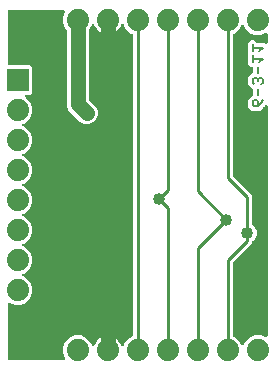
<source format=gbr>
G04 EAGLE Gerber RS-274X export*
G75*
%MOMM*%
%FSLAX34Y34*%
%LPD*%
%INBottom Copper*%
%IPPOS*%
%AMOC8*
5,1,8,0,0,1.08239X$1,22.5*%
G01*
%ADD10C,0.152400*%
%ADD11R,1.879600X1.879600*%
%ADD12C,1.879600*%
%ADD13C,1.270000*%
%ADD14C,1.270000*%
%ADD15C,0.254000*%
%ADD16C,1.016000*%

G36*
X51649Y4325D02*
X51649Y4325D01*
X51699Y4323D01*
X51806Y4345D01*
X51915Y4359D01*
X51961Y4377D01*
X52010Y4387D01*
X52109Y4435D01*
X52211Y4476D01*
X52251Y4505D01*
X52296Y4527D01*
X52380Y4598D01*
X52468Y4662D01*
X52500Y4701D01*
X52538Y4733D01*
X52601Y4823D01*
X52671Y4907D01*
X52692Y4952D01*
X52721Y4993D01*
X52760Y5096D01*
X52807Y5195D01*
X52816Y5244D01*
X52834Y5290D01*
X52846Y5400D01*
X52867Y5507D01*
X52863Y5557D01*
X52869Y5606D01*
X52854Y5715D01*
X52847Y5825D01*
X52831Y5872D01*
X52825Y5921D01*
X52772Y6074D01*
X51053Y10224D01*
X51053Y15176D01*
X52948Y19750D01*
X56450Y23252D01*
X61024Y25147D01*
X65976Y25147D01*
X70550Y23252D01*
X74052Y19750D01*
X75305Y16725D01*
X75320Y16699D01*
X75329Y16670D01*
X75399Y16561D01*
X75463Y16448D01*
X75484Y16427D01*
X75500Y16402D01*
X75594Y16313D01*
X75684Y16220D01*
X75710Y16204D01*
X75731Y16184D01*
X75845Y16121D01*
X75955Y16054D01*
X75984Y16045D01*
X76010Y16031D01*
X76135Y15998D01*
X76259Y15960D01*
X76289Y15959D01*
X76318Y15951D01*
X76448Y15951D01*
X76577Y15945D01*
X76606Y15951D01*
X76636Y15951D01*
X76761Y15983D01*
X76888Y16009D01*
X76915Y16022D01*
X76944Y16030D01*
X77057Y16092D01*
X77174Y16149D01*
X77197Y16168D01*
X77223Y16183D01*
X77317Y16271D01*
X77416Y16355D01*
X77433Y16380D01*
X77455Y16400D01*
X77524Y16509D01*
X77599Y16615D01*
X77610Y16643D01*
X77626Y16669D01*
X77685Y16818D01*
X77836Y17283D01*
X78689Y18957D01*
X79794Y20478D01*
X81122Y21806D01*
X82643Y22911D01*
X84317Y23764D01*
X86104Y24345D01*
X86361Y24385D01*
X86361Y13970D01*
X86376Y13852D01*
X86383Y13733D01*
X86396Y13695D01*
X86401Y13655D01*
X86444Y13544D01*
X86481Y13431D01*
X86503Y13397D01*
X86518Y13359D01*
X86588Y13263D01*
X86651Y13162D01*
X86681Y13134D01*
X86704Y13102D01*
X86796Y13026D01*
X86883Y12944D01*
X86918Y12925D01*
X86949Y12899D01*
X87057Y12848D01*
X87161Y12791D01*
X87201Y12780D01*
X87237Y12763D01*
X87354Y12741D01*
X87469Y12711D01*
X87530Y12707D01*
X87550Y12703D01*
X87570Y12705D01*
X87630Y12701D01*
X90170Y12701D01*
X90288Y12716D01*
X90407Y12723D01*
X90445Y12736D01*
X90485Y12741D01*
X90596Y12785D01*
X90709Y12821D01*
X90744Y12843D01*
X90781Y12858D01*
X90877Y12928D01*
X90978Y12991D01*
X91006Y13021D01*
X91039Y13045D01*
X91114Y13136D01*
X91196Y13223D01*
X91216Y13258D01*
X91241Y13290D01*
X91292Y13397D01*
X91350Y13502D01*
X91360Y13541D01*
X91377Y13577D01*
X91399Y13694D01*
X91429Y13809D01*
X91433Y13870D01*
X91437Y13890D01*
X91435Y13910D01*
X91439Y13970D01*
X91439Y24385D01*
X91696Y24345D01*
X93483Y23764D01*
X95157Y22911D01*
X96678Y21806D01*
X98006Y20478D01*
X99111Y18957D01*
X99964Y17283D01*
X100115Y16818D01*
X100128Y16791D01*
X100135Y16762D01*
X100195Y16648D01*
X100250Y16530D01*
X100269Y16507D01*
X100283Y16481D01*
X100370Y16385D01*
X100453Y16285D01*
X100477Y16268D01*
X100497Y16246D01*
X100606Y16174D01*
X100710Y16098D01*
X100738Y16087D01*
X100763Y16071D01*
X100886Y16029D01*
X101006Y15981D01*
X101036Y15977D01*
X101064Y15968D01*
X101193Y15957D01*
X101321Y15941D01*
X101351Y15945D01*
X101381Y15942D01*
X101509Y15965D01*
X101637Y15981D01*
X101665Y15992D01*
X101694Y15997D01*
X101812Y16050D01*
X101933Y16098D01*
X101957Y16115D01*
X101984Y16127D01*
X102085Y16208D01*
X102190Y16284D01*
X102209Y16307D01*
X102233Y16326D01*
X102311Y16430D01*
X102393Y16529D01*
X102406Y16556D01*
X102424Y16580D01*
X102495Y16725D01*
X103748Y19750D01*
X107250Y23252D01*
X109198Y24059D01*
X109223Y24073D01*
X109251Y24083D01*
X109361Y24152D01*
X109474Y24216D01*
X109495Y24237D01*
X109520Y24253D01*
X109609Y24347D01*
X109702Y24438D01*
X109718Y24463D01*
X109738Y24484D01*
X109801Y24598D01*
X109869Y24709D01*
X109877Y24737D01*
X109892Y24763D01*
X109924Y24889D01*
X109962Y25013D01*
X109964Y25042D01*
X109971Y25071D01*
X109981Y25231D01*
X109981Y279569D01*
X109978Y279598D01*
X109980Y279627D01*
X109958Y279755D01*
X109941Y279884D01*
X109931Y279911D01*
X109926Y279941D01*
X109872Y280059D01*
X109824Y280180D01*
X109807Y280204D01*
X109795Y280231D01*
X109714Y280332D01*
X109638Y280437D01*
X109615Y280456D01*
X109596Y280479D01*
X109493Y280557D01*
X109393Y280640D01*
X109366Y280653D01*
X109342Y280670D01*
X109198Y280741D01*
X107250Y281548D01*
X103748Y285050D01*
X102495Y288075D01*
X102480Y288101D01*
X102471Y288130D01*
X102401Y288239D01*
X102337Y288352D01*
X102316Y288373D01*
X102300Y288398D01*
X102206Y288487D01*
X102116Y288580D01*
X102090Y288596D01*
X102069Y288616D01*
X101955Y288679D01*
X101845Y288746D01*
X101816Y288755D01*
X101790Y288769D01*
X101665Y288802D01*
X101541Y288840D01*
X101511Y288841D01*
X101482Y288849D01*
X101352Y288849D01*
X101223Y288855D01*
X101194Y288849D01*
X101164Y288849D01*
X101039Y288817D01*
X100912Y288791D01*
X100885Y288778D01*
X100856Y288770D01*
X100743Y288708D01*
X100626Y288651D01*
X100603Y288632D01*
X100577Y288617D01*
X100483Y288529D01*
X100384Y288445D01*
X100367Y288420D01*
X100345Y288400D01*
X100276Y288291D01*
X100201Y288185D01*
X100190Y288157D01*
X100174Y288131D01*
X100115Y287982D01*
X99964Y287517D01*
X99111Y285843D01*
X98006Y284322D01*
X96678Y282994D01*
X95157Y281889D01*
X93483Y281036D01*
X91696Y280455D01*
X91439Y280415D01*
X91439Y290830D01*
X91424Y290948D01*
X91417Y291067D01*
X91404Y291105D01*
X91399Y291145D01*
X91356Y291256D01*
X91319Y291369D01*
X91297Y291403D01*
X91282Y291441D01*
X91212Y291537D01*
X91149Y291638D01*
X91119Y291666D01*
X91095Y291698D01*
X91004Y291774D01*
X90917Y291856D01*
X90882Y291875D01*
X90851Y291901D01*
X90743Y291952D01*
X90639Y292009D01*
X90599Y292020D01*
X90563Y292037D01*
X90446Y292059D01*
X90331Y292089D01*
X90270Y292093D01*
X90250Y292097D01*
X90230Y292095D01*
X90170Y292099D01*
X87630Y292099D01*
X87512Y292084D01*
X87393Y292077D01*
X87355Y292064D01*
X87314Y292059D01*
X87204Y292015D01*
X87091Y291979D01*
X87056Y291957D01*
X87019Y291942D01*
X86923Y291872D01*
X86822Y291809D01*
X86794Y291779D01*
X86761Y291755D01*
X86686Y291664D01*
X86604Y291577D01*
X86584Y291542D01*
X86559Y291510D01*
X86508Y291403D01*
X86450Y291298D01*
X86440Y291259D01*
X86423Y291223D01*
X86401Y291106D01*
X86371Y290991D01*
X86367Y290930D01*
X86363Y290910D01*
X86365Y290890D01*
X86361Y290830D01*
X86361Y280415D01*
X86104Y280455D01*
X84317Y281036D01*
X82643Y281889D01*
X81122Y282994D01*
X79794Y284322D01*
X78689Y285843D01*
X77836Y287517D01*
X77685Y287982D01*
X77672Y288009D01*
X77665Y288038D01*
X77605Y288152D01*
X77550Y288270D01*
X77531Y288293D01*
X77517Y288319D01*
X77430Y288415D01*
X77347Y288515D01*
X77323Y288532D01*
X77303Y288554D01*
X77194Y288626D01*
X77090Y288702D01*
X77062Y288713D01*
X77037Y288729D01*
X76914Y288771D01*
X76794Y288819D01*
X76764Y288823D01*
X76736Y288832D01*
X76607Y288843D01*
X76479Y288859D01*
X76449Y288855D01*
X76419Y288858D01*
X76291Y288835D01*
X76163Y288819D01*
X76135Y288808D01*
X76106Y288803D01*
X75988Y288750D01*
X75867Y288702D01*
X75843Y288685D01*
X75816Y288673D01*
X75715Y288592D01*
X75610Y288516D01*
X75591Y288493D01*
X75567Y288474D01*
X75489Y288370D01*
X75407Y288271D01*
X75394Y288244D01*
X75376Y288220D01*
X75305Y288075D01*
X74052Y285049D01*
X73271Y284268D01*
X73210Y284190D01*
X73142Y284118D01*
X73113Y284065D01*
X73076Y284017D01*
X73036Y283926D01*
X72988Y283839D01*
X72973Y283781D01*
X72949Y283725D01*
X72934Y283627D01*
X72909Y283531D01*
X72903Y283431D01*
X72899Y283411D01*
X72901Y283399D01*
X72899Y283371D01*
X72899Y225399D01*
X72911Y225301D01*
X72914Y225202D01*
X72931Y225143D01*
X72939Y225083D01*
X72975Y224991D01*
X73003Y224896D01*
X73033Y224844D01*
X73056Y224788D01*
X73114Y224708D01*
X73164Y224622D01*
X73230Y224547D01*
X73242Y224530D01*
X73252Y224522D01*
X73270Y224501D01*
X79088Y218684D01*
X80519Y215230D01*
X80519Y211490D01*
X79088Y208036D01*
X76444Y205392D01*
X72990Y203961D01*
X69250Y203961D01*
X65796Y205392D01*
X55532Y215656D01*
X54101Y219110D01*
X54101Y283371D01*
X54089Y283469D01*
X54086Y283568D01*
X54069Y283626D01*
X54061Y283686D01*
X54025Y283778D01*
X53997Y283873D01*
X53967Y283926D01*
X53944Y283982D01*
X53886Y284062D01*
X53836Y284147D01*
X53770Y284223D01*
X53758Y284239D01*
X53748Y284247D01*
X53729Y284268D01*
X52948Y285049D01*
X51053Y289624D01*
X51053Y294576D01*
X52772Y298726D01*
X52786Y298774D01*
X52807Y298819D01*
X52827Y298927D01*
X52856Y299033D01*
X52857Y299083D01*
X52867Y299132D01*
X52860Y299241D01*
X52861Y299351D01*
X52850Y299399D01*
X52847Y299449D01*
X52813Y299553D01*
X52787Y299660D01*
X52764Y299704D01*
X52749Y299751D01*
X52690Y299844D01*
X52639Y299941D01*
X52605Y299978D01*
X52579Y300020D01*
X52498Y300095D01*
X52425Y300177D01*
X52383Y300204D01*
X52347Y300238D01*
X52251Y300291D01*
X52159Y300351D01*
X52112Y300368D01*
X52068Y300392D01*
X51962Y300419D01*
X51858Y300455D01*
X51809Y300459D01*
X51761Y300471D01*
X51600Y300481D01*
X5588Y300481D01*
X5470Y300466D01*
X5351Y300459D01*
X5313Y300446D01*
X5272Y300441D01*
X5162Y300398D01*
X5049Y300361D01*
X5014Y300339D01*
X4977Y300324D01*
X4881Y300255D01*
X4780Y300191D01*
X4752Y300161D01*
X4719Y300138D01*
X4643Y300046D01*
X4562Y299959D01*
X4542Y299924D01*
X4517Y299893D01*
X4466Y299785D01*
X4408Y299681D01*
X4398Y299641D01*
X4381Y299605D01*
X4359Y299488D01*
X4329Y299373D01*
X4325Y299313D01*
X4321Y299293D01*
X4323Y299272D01*
X4319Y299212D01*
X4319Y255016D01*
X4334Y254898D01*
X4341Y254779D01*
X4354Y254741D01*
X4359Y254700D01*
X4402Y254590D01*
X4439Y254477D01*
X4461Y254442D01*
X4476Y254405D01*
X4545Y254309D01*
X4609Y254208D01*
X4639Y254180D01*
X4662Y254147D01*
X4754Y254071D01*
X4841Y253990D01*
X4876Y253970D01*
X4907Y253945D01*
X5015Y253894D01*
X5119Y253836D01*
X5159Y253826D01*
X5195Y253809D01*
X5312Y253787D01*
X5427Y253757D01*
X5487Y253753D01*
X5507Y253749D01*
X5528Y253751D01*
X5588Y253747D01*
X23361Y253747D01*
X25147Y251961D01*
X25147Y230639D01*
X23361Y228853D01*
X20334Y228853D01*
X20265Y228845D01*
X20195Y228846D01*
X20107Y228825D01*
X20018Y228813D01*
X19953Y228788D01*
X19885Y228771D01*
X19806Y228729D01*
X19723Y228696D01*
X19666Y228655D01*
X19604Y228623D01*
X19538Y228562D01*
X19465Y228510D01*
X19421Y228456D01*
X19369Y228409D01*
X19320Y228334D01*
X19262Y228265D01*
X19233Y228201D01*
X19194Y228143D01*
X19165Y228058D01*
X19127Y227977D01*
X19114Y227908D01*
X19091Y227842D01*
X19084Y227753D01*
X19067Y227665D01*
X19072Y227595D01*
X19066Y227525D01*
X19081Y227437D01*
X19087Y227347D01*
X19108Y227281D01*
X19120Y227212D01*
X19157Y227130D01*
X19185Y227045D01*
X19222Y226986D01*
X19251Y226922D01*
X19307Y226852D01*
X19355Y226776D01*
X19406Y226728D01*
X19450Y226673D01*
X19521Y226620D01*
X19587Y226558D01*
X19648Y226524D01*
X19704Y226482D01*
X19736Y226466D01*
X23252Y222950D01*
X25147Y218376D01*
X25147Y213424D01*
X23252Y208850D01*
X19750Y205348D01*
X17395Y204373D01*
X17275Y204304D01*
X17152Y204239D01*
X17137Y204225D01*
X17119Y204215D01*
X17019Y204118D01*
X16916Y204025D01*
X16905Y204008D01*
X16891Y203994D01*
X16818Y203876D01*
X16742Y203759D01*
X16735Y203740D01*
X16724Y203723D01*
X16684Y203590D01*
X16638Y203458D01*
X16637Y203438D01*
X16631Y203419D01*
X16624Y203280D01*
X16613Y203141D01*
X16617Y203121D01*
X16616Y203101D01*
X16644Y202965D01*
X16668Y202828D01*
X16676Y202809D01*
X16680Y202790D01*
X16741Y202665D01*
X16798Y202538D01*
X16811Y202522D01*
X16820Y202504D01*
X16910Y202398D01*
X16997Y202290D01*
X17013Y202277D01*
X17026Y202262D01*
X17140Y202182D01*
X17251Y202098D01*
X17276Y202086D01*
X17286Y202079D01*
X17305Y202072D01*
X17395Y202027D01*
X19750Y201052D01*
X23252Y197550D01*
X25147Y192976D01*
X25147Y188024D01*
X23252Y183450D01*
X19750Y179948D01*
X17395Y178973D01*
X17275Y178904D01*
X17152Y178839D01*
X17137Y178825D01*
X17119Y178815D01*
X17019Y178718D01*
X16916Y178625D01*
X16905Y178608D01*
X16891Y178594D01*
X16818Y178476D01*
X16742Y178359D01*
X16735Y178340D01*
X16724Y178323D01*
X16684Y178190D01*
X16638Y178058D01*
X16637Y178038D01*
X16631Y178019D01*
X16624Y177880D01*
X16613Y177741D01*
X16617Y177721D01*
X16616Y177701D01*
X16644Y177565D01*
X16668Y177428D01*
X16676Y177409D01*
X16680Y177390D01*
X16741Y177265D01*
X16798Y177138D01*
X16811Y177122D01*
X16820Y177104D01*
X16910Y176998D01*
X16997Y176890D01*
X17013Y176877D01*
X17026Y176862D01*
X17140Y176782D01*
X17251Y176698D01*
X17276Y176686D01*
X17286Y176679D01*
X17305Y176672D01*
X17395Y176627D01*
X19750Y175652D01*
X23252Y172150D01*
X25147Y167576D01*
X25147Y162624D01*
X23252Y158050D01*
X19750Y154548D01*
X17395Y153573D01*
X17275Y153504D01*
X17152Y153439D01*
X17137Y153425D01*
X17119Y153415D01*
X17019Y153318D01*
X16916Y153225D01*
X16905Y153208D01*
X16891Y153194D01*
X16818Y153076D01*
X16742Y152959D01*
X16735Y152940D01*
X16724Y152923D01*
X16684Y152790D01*
X16638Y152658D01*
X16637Y152638D01*
X16631Y152619D01*
X16624Y152480D01*
X16613Y152341D01*
X16617Y152321D01*
X16616Y152301D01*
X16644Y152165D01*
X16668Y152028D01*
X16676Y152009D01*
X16680Y151990D01*
X16741Y151865D01*
X16798Y151738D01*
X16811Y151722D01*
X16820Y151704D01*
X16910Y151598D01*
X16997Y151490D01*
X17013Y151477D01*
X17026Y151462D01*
X17140Y151382D01*
X17251Y151298D01*
X17276Y151286D01*
X17286Y151279D01*
X17305Y151272D01*
X17395Y151227D01*
X19750Y150252D01*
X23252Y146750D01*
X25147Y142176D01*
X25147Y137224D01*
X23252Y132650D01*
X19750Y129148D01*
X17395Y128173D01*
X17275Y128104D01*
X17152Y128039D01*
X17137Y128025D01*
X17119Y128015D01*
X17019Y127918D01*
X16916Y127825D01*
X16905Y127808D01*
X16891Y127794D01*
X16818Y127675D01*
X16742Y127559D01*
X16735Y127540D01*
X16724Y127523D01*
X16684Y127390D01*
X16638Y127258D01*
X16637Y127238D01*
X16631Y127219D01*
X16624Y127080D01*
X16613Y126941D01*
X16617Y126921D01*
X16616Y126901D01*
X16644Y126765D01*
X16668Y126628D01*
X16676Y126609D01*
X16680Y126590D01*
X16741Y126464D01*
X16798Y126338D01*
X16811Y126322D01*
X16820Y126304D01*
X16910Y126198D01*
X16997Y126090D01*
X17013Y126077D01*
X17026Y126062D01*
X17140Y125982D01*
X17251Y125898D01*
X17276Y125886D01*
X17286Y125879D01*
X17305Y125872D01*
X17395Y125827D01*
X19750Y124852D01*
X23252Y121350D01*
X25147Y116776D01*
X25147Y111824D01*
X23252Y107250D01*
X19751Y103748D01*
X17395Y102773D01*
X17274Y102704D01*
X17152Y102639D01*
X17137Y102625D01*
X17119Y102615D01*
X17019Y102518D01*
X16916Y102425D01*
X16905Y102408D01*
X16891Y102394D01*
X16818Y102276D01*
X16742Y102159D01*
X16735Y102140D01*
X16724Y102123D01*
X16684Y101990D01*
X16638Y101858D01*
X16637Y101838D01*
X16631Y101819D01*
X16624Y101680D01*
X16613Y101541D01*
X16617Y101521D01*
X16616Y101501D01*
X16644Y101365D01*
X16668Y101228D01*
X16676Y101209D01*
X16680Y101190D01*
X16741Y101065D01*
X16798Y100938D01*
X16811Y100922D01*
X16820Y100904D01*
X16910Y100798D01*
X16997Y100690D01*
X17013Y100677D01*
X17026Y100662D01*
X17140Y100582D01*
X17251Y100498D01*
X17276Y100486D01*
X17286Y100479D01*
X17305Y100472D01*
X17395Y100427D01*
X19750Y99452D01*
X23252Y95950D01*
X25147Y91376D01*
X25147Y86424D01*
X23252Y81850D01*
X19751Y78348D01*
X17395Y77373D01*
X17274Y77304D01*
X17152Y77239D01*
X17137Y77225D01*
X17119Y77215D01*
X17019Y77118D01*
X16916Y77025D01*
X16905Y77008D01*
X16891Y76994D01*
X16818Y76876D01*
X16742Y76759D01*
X16735Y76740D01*
X16724Y76723D01*
X16684Y76590D01*
X16638Y76458D01*
X16637Y76438D01*
X16631Y76419D01*
X16624Y76280D01*
X16613Y76141D01*
X16617Y76121D01*
X16616Y76101D01*
X16644Y75965D01*
X16668Y75828D01*
X16676Y75809D01*
X16680Y75790D01*
X16741Y75665D01*
X16798Y75538D01*
X16811Y75522D01*
X16820Y75504D01*
X16910Y75398D01*
X16997Y75290D01*
X17013Y75277D01*
X17026Y75262D01*
X17140Y75182D01*
X17251Y75098D01*
X17276Y75086D01*
X17286Y75079D01*
X17305Y75072D01*
X17395Y75027D01*
X19750Y74052D01*
X23252Y70550D01*
X25147Y65976D01*
X25147Y61024D01*
X23252Y56450D01*
X19750Y52948D01*
X15176Y51053D01*
X10224Y51053D01*
X6074Y52772D01*
X6026Y52786D01*
X5981Y52807D01*
X5873Y52827D01*
X5767Y52856D01*
X5717Y52857D01*
X5668Y52867D01*
X5559Y52860D01*
X5449Y52861D01*
X5401Y52850D01*
X5351Y52847D01*
X5247Y52813D01*
X5140Y52787D01*
X5096Y52764D01*
X5049Y52749D01*
X4956Y52690D01*
X4859Y52639D01*
X4822Y52605D01*
X4780Y52579D01*
X4705Y52498D01*
X4623Y52425D01*
X4596Y52383D01*
X4562Y52347D01*
X4509Y52251D01*
X4449Y52159D01*
X4432Y52112D01*
X4408Y52068D01*
X4381Y51962D01*
X4345Y51858D01*
X4341Y51809D01*
X4329Y51761D01*
X4319Y51600D01*
X4319Y5588D01*
X4334Y5470D01*
X4341Y5351D01*
X4354Y5313D01*
X4359Y5272D01*
X4402Y5162D01*
X4439Y5049D01*
X4461Y5014D01*
X4476Y4977D01*
X4545Y4881D01*
X4609Y4780D01*
X4639Y4752D01*
X4662Y4719D01*
X4754Y4643D01*
X4841Y4562D01*
X4876Y4542D01*
X4907Y4517D01*
X5015Y4466D01*
X5119Y4408D01*
X5159Y4398D01*
X5195Y4381D01*
X5312Y4359D01*
X5427Y4329D01*
X5487Y4325D01*
X5507Y4321D01*
X5528Y4323D01*
X5588Y4319D01*
X51600Y4319D01*
X51649Y4325D01*
G37*
G36*
X203279Y16617D02*
X203279Y16617D01*
X203299Y16616D01*
X203435Y16644D01*
X203572Y16668D01*
X203591Y16676D01*
X203610Y16680D01*
X203735Y16741D01*
X203862Y16798D01*
X203878Y16811D01*
X203896Y16820D01*
X204002Y16910D01*
X204110Y16997D01*
X204123Y17013D01*
X204138Y17026D01*
X204218Y17140D01*
X204302Y17251D01*
X204314Y17276D01*
X204321Y17286D01*
X204328Y17305D01*
X204373Y17395D01*
X205348Y19750D01*
X208850Y23252D01*
X213424Y25147D01*
X218376Y25147D01*
X222526Y23428D01*
X222574Y23414D01*
X222619Y23393D01*
X222727Y23373D01*
X222833Y23344D01*
X222883Y23343D01*
X222932Y23333D01*
X223041Y23340D01*
X223151Y23339D01*
X223199Y23350D01*
X223249Y23353D01*
X223353Y23387D01*
X223460Y23413D01*
X223504Y23436D01*
X223551Y23451D01*
X223644Y23510D01*
X223741Y23561D01*
X223778Y23595D01*
X223820Y23621D01*
X223895Y23702D01*
X223977Y23775D01*
X224004Y23817D01*
X224038Y23853D01*
X224091Y23949D01*
X224151Y24041D01*
X224168Y24088D01*
X224192Y24132D01*
X224217Y24230D01*
X224219Y24234D01*
X224221Y24242D01*
X224255Y24342D01*
X224259Y24391D01*
X224271Y24439D01*
X224277Y24539D01*
X224279Y24546D01*
X224278Y24553D01*
X224281Y24600D01*
X224281Y218875D01*
X224264Y219013D01*
X224251Y219151D01*
X224244Y219170D01*
X224241Y219191D01*
X224190Y219320D01*
X224143Y219451D01*
X224132Y219467D01*
X224124Y219486D01*
X224043Y219599D01*
X223965Y219714D01*
X223949Y219727D01*
X223938Y219744D01*
X223830Y219832D01*
X223726Y219924D01*
X223708Y219933D01*
X223693Y219946D01*
X223567Y220006D01*
X223443Y220069D01*
X223423Y220073D01*
X223405Y220082D01*
X223269Y220108D01*
X223133Y220139D01*
X223112Y220138D01*
X223093Y220142D01*
X222954Y220133D01*
X222815Y220129D01*
X222795Y220123D01*
X222775Y220122D01*
X222643Y220079D01*
X222509Y220040D01*
X222492Y220030D01*
X222473Y220024D01*
X222355Y219950D01*
X222235Y219879D01*
X222214Y219860D01*
X222204Y219854D01*
X222190Y219839D01*
X222115Y219773D01*
X222062Y219720D01*
X221987Y219623D01*
X221986Y219622D01*
X221906Y219530D01*
X221894Y219510D01*
X221888Y219503D01*
X221880Y219486D01*
X221879Y219484D01*
X221867Y219469D01*
X221859Y219449D01*
X221825Y219390D01*
X221487Y218716D01*
X221128Y218596D01*
X221078Y218572D01*
X221026Y218557D01*
X220936Y218504D01*
X220841Y218458D01*
X220799Y218424D01*
X220752Y218396D01*
X220631Y218289D01*
X220086Y217744D01*
X217482Y215140D01*
X211444Y215140D01*
X207771Y218813D01*
X207771Y224851D01*
X211721Y228801D01*
X211782Y228879D01*
X211850Y228951D01*
X211879Y229004D01*
X211916Y229052D01*
X211956Y229143D01*
X212003Y229230D01*
X212018Y229288D01*
X212042Y229344D01*
X212058Y229442D01*
X212083Y229538D01*
X212089Y229638D01*
X212092Y229658D01*
X212091Y229670D01*
X212093Y229698D01*
X212093Y232676D01*
X212081Y232774D01*
X212078Y232873D01*
X212061Y232931D01*
X212053Y232991D01*
X212017Y233084D01*
X211989Y233179D01*
X211958Y233231D01*
X211936Y233287D01*
X211878Y233367D01*
X211828Y233453D01*
X211761Y233528D01*
X211749Y233544D01*
X211740Y233552D01*
X211721Y233573D01*
X207771Y237523D01*
X207771Y243561D01*
X211721Y247511D01*
X211782Y247590D01*
X211850Y247662D01*
X211879Y247715D01*
X211916Y247763D01*
X211956Y247854D01*
X212003Y247940D01*
X212018Y247999D01*
X212042Y248054D01*
X212058Y248152D01*
X212083Y248248D01*
X212089Y248348D01*
X212092Y248369D01*
X212091Y248381D01*
X212093Y248409D01*
X212093Y251292D01*
X212078Y251410D01*
X212071Y251529D01*
X212058Y251567D01*
X212053Y251607D01*
X212009Y251718D01*
X211973Y251831D01*
X211951Y251865D01*
X211936Y251903D01*
X211866Y251999D01*
X211802Y252100D01*
X211773Y252127D01*
X211749Y252160D01*
X211658Y252236D01*
X211571Y252318D01*
X211535Y252337D01*
X211504Y252363D01*
X211397Y252414D01*
X211292Y252471D01*
X211253Y252481D01*
X211217Y252499D01*
X211100Y252521D01*
X210984Y252551D01*
X210924Y252554D01*
X210904Y252558D01*
X210884Y252557D01*
X210824Y252561D01*
X210004Y252561D01*
X207771Y254793D01*
X207771Y273067D01*
X210004Y275300D01*
X213160Y275300D01*
X215670Y272790D01*
X215748Y272730D01*
X215820Y272662D01*
X215873Y272633D01*
X215921Y272595D01*
X216012Y272556D01*
X216099Y272508D01*
X216157Y272493D01*
X216213Y272469D01*
X216311Y272454D01*
X216407Y272429D01*
X216507Y272422D01*
X216527Y272419D01*
X216539Y272420D01*
X216567Y272419D01*
X221804Y272419D01*
X222114Y272108D01*
X222224Y272023D01*
X222331Y271934D01*
X222350Y271925D01*
X222366Y271913D01*
X222494Y271858D01*
X222619Y271799D01*
X222639Y271795D01*
X222658Y271787D01*
X222796Y271765D01*
X222932Y271739D01*
X222952Y271740D01*
X222972Y271737D01*
X223111Y271750D01*
X223249Y271758D01*
X223268Y271765D01*
X223288Y271767D01*
X223419Y271814D01*
X223551Y271857D01*
X223569Y271867D01*
X223588Y271874D01*
X223702Y271952D01*
X223820Y272027D01*
X223834Y272041D01*
X223851Y272053D01*
X223943Y272157D01*
X224038Y272258D01*
X224048Y272276D01*
X224061Y272291D01*
X224124Y272415D01*
X224192Y272537D01*
X224197Y272556D01*
X224206Y272574D01*
X224236Y272710D01*
X224271Y272845D01*
X224273Y272873D01*
X224276Y272885D01*
X224275Y272905D01*
X224281Y273005D01*
X224281Y280200D01*
X224275Y280249D01*
X224277Y280299D01*
X224255Y280406D01*
X224241Y280515D01*
X224223Y280561D01*
X224213Y280610D01*
X224165Y280709D01*
X224124Y280811D01*
X224095Y280851D01*
X224073Y280896D01*
X224002Y280980D01*
X223938Y281068D01*
X223899Y281100D01*
X223867Y281138D01*
X223777Y281201D01*
X223693Y281271D01*
X223648Y281292D01*
X223607Y281321D01*
X223504Y281360D01*
X223405Y281407D01*
X223356Y281416D01*
X223310Y281434D01*
X223200Y281446D01*
X223093Y281467D01*
X223043Y281463D01*
X222994Y281469D01*
X222885Y281454D01*
X222775Y281447D01*
X222728Y281431D01*
X222679Y281425D01*
X222526Y281372D01*
X218376Y279653D01*
X213424Y279653D01*
X208850Y281548D01*
X205348Y285050D01*
X204373Y287405D01*
X204304Y287525D01*
X204239Y287648D01*
X204225Y287663D01*
X204215Y287681D01*
X204118Y287781D01*
X204025Y287884D01*
X204008Y287895D01*
X203994Y287909D01*
X203875Y287982D01*
X203759Y288058D01*
X203740Y288065D01*
X203723Y288076D01*
X203590Y288116D01*
X203458Y288162D01*
X203438Y288163D01*
X203419Y288169D01*
X203280Y288176D01*
X203141Y288187D01*
X203121Y288183D01*
X203101Y288184D01*
X202965Y288156D01*
X202828Y288132D01*
X202809Y288124D01*
X202790Y288120D01*
X202664Y288059D01*
X202538Y288002D01*
X202522Y287989D01*
X202504Y287980D01*
X202398Y287890D01*
X202290Y287803D01*
X202277Y287787D01*
X202262Y287774D01*
X202182Y287660D01*
X202098Y287549D01*
X202086Y287524D01*
X202079Y287514D01*
X202072Y287495D01*
X202027Y287405D01*
X201052Y285050D01*
X197550Y281548D01*
X195602Y280741D01*
X195577Y280727D01*
X195549Y280717D01*
X195439Y280648D01*
X195326Y280584D01*
X195305Y280563D01*
X195280Y280547D01*
X195191Y280453D01*
X195098Y280362D01*
X195082Y280337D01*
X195062Y280316D01*
X194999Y280202D01*
X194931Y280091D01*
X194923Y280063D01*
X194908Y280037D01*
X194876Y279911D01*
X194838Y279787D01*
X194836Y279758D01*
X194829Y279729D01*
X194819Y279569D01*
X194819Y161065D01*
X194831Y160966D01*
X194834Y160867D01*
X194851Y160809D01*
X194859Y160749D01*
X194895Y160657D01*
X194923Y160562D01*
X194953Y160510D01*
X194976Y160453D01*
X195034Y160373D01*
X195084Y160288D01*
X195150Y160213D01*
X195162Y160196D01*
X195172Y160188D01*
X195190Y160167D01*
X208427Y146930D01*
X211329Y144029D01*
X211329Y119463D01*
X211341Y119365D01*
X211344Y119266D01*
X211361Y119207D01*
X211369Y119147D01*
X211405Y119055D01*
X211433Y118960D01*
X211463Y118908D01*
X211486Y118852D01*
X211544Y118772D01*
X211594Y118686D01*
X211660Y118611D01*
X211672Y118594D01*
X211682Y118586D01*
X211700Y118565D01*
X213901Y116365D01*
X215139Y113377D01*
X215139Y110143D01*
X213901Y107155D01*
X211700Y104955D01*
X211640Y104876D01*
X211572Y104804D01*
X211543Y104751D01*
X211506Y104703D01*
X211466Y104612D01*
X211418Y104526D01*
X211403Y104467D01*
X211379Y104412D01*
X211364Y104314D01*
X211339Y104218D01*
X211333Y104118D01*
X211329Y104097D01*
X211331Y104085D01*
X211329Y104057D01*
X211329Y103621D01*
X208427Y100720D01*
X195190Y87483D01*
X195130Y87405D01*
X195062Y87333D01*
X195033Y87280D01*
X194996Y87232D01*
X194956Y87141D01*
X194908Y87054D01*
X194893Y86995D01*
X194869Y86940D01*
X194854Y86842D01*
X194829Y86746D01*
X194823Y86646D01*
X194819Y86626D01*
X194821Y86613D01*
X194819Y86585D01*
X194819Y25231D01*
X194822Y25202D01*
X194820Y25173D01*
X194842Y25045D01*
X194859Y24916D01*
X194869Y24889D01*
X194874Y24859D01*
X194928Y24741D01*
X194976Y24620D01*
X194993Y24596D01*
X195005Y24569D01*
X195086Y24468D01*
X195162Y24363D01*
X195185Y24344D01*
X195204Y24321D01*
X195307Y24243D01*
X195407Y24160D01*
X195434Y24147D01*
X195458Y24130D01*
X195602Y24059D01*
X197550Y23252D01*
X201052Y19750D01*
X202027Y17395D01*
X202096Y17275D01*
X202161Y17152D01*
X202175Y17137D01*
X202185Y17119D01*
X202282Y17019D01*
X202375Y16916D01*
X202392Y16905D01*
X202406Y16891D01*
X202524Y16818D01*
X202641Y16742D01*
X202660Y16735D01*
X202677Y16724D01*
X202810Y16684D01*
X202942Y16638D01*
X202962Y16637D01*
X202981Y16631D01*
X203120Y16624D01*
X203259Y16613D01*
X203279Y16617D01*
G37*
D10*
X220225Y224713D02*
X218785Y221832D01*
X215904Y218951D01*
X213023Y218951D01*
X211582Y220391D01*
X211582Y223273D01*
X213023Y224713D01*
X214463Y224713D01*
X215904Y223273D01*
X215904Y218951D01*
X215904Y228306D02*
X215904Y234068D01*
X218785Y237661D02*
X220225Y239102D01*
X220225Y241983D01*
X218785Y243423D01*
X217344Y243423D01*
X215904Y241983D01*
X215904Y240542D01*
X215904Y241983D02*
X214463Y243423D01*
X213023Y243423D01*
X211582Y241983D01*
X211582Y239102D01*
X213023Y237661D01*
X215904Y247016D02*
X215904Y252779D01*
X217344Y256372D02*
X220225Y259253D01*
X211582Y259253D01*
X211582Y256372D02*
X211582Y262134D01*
X217344Y265727D02*
X220225Y268608D01*
X211582Y268608D01*
X211582Y265727D02*
X211582Y271489D01*
D11*
X12700Y241300D03*
D12*
X12700Y215900D03*
X12700Y190500D03*
X12700Y165100D03*
X12700Y139700D03*
X12700Y114300D03*
X12700Y88900D03*
X12700Y63500D03*
X63500Y292100D03*
X88900Y292100D03*
X114300Y292100D03*
X139700Y292100D03*
X165100Y292100D03*
X190500Y292100D03*
X215900Y292100D03*
X63500Y12700D03*
X88900Y12700D03*
X114300Y12700D03*
X139700Y12700D03*
X165100Y12700D03*
X190500Y12700D03*
X215900Y12700D03*
D13*
X63500Y220980D02*
X63500Y292100D01*
X63500Y220980D02*
X71120Y213360D01*
D14*
X71120Y213360D03*
D15*
X165100Y99060D02*
X165100Y12700D01*
X165100Y99060D02*
X189230Y123190D01*
X165100Y147320D02*
X165100Y292100D01*
X165100Y147320D02*
X189230Y123190D01*
D16*
X189230Y123190D03*
D15*
X114300Y12700D02*
X114300Y292100D01*
X190500Y292100D02*
X190500Y158750D01*
X190500Y88900D02*
X190500Y12700D01*
X190500Y88900D02*
X207010Y105410D01*
X207010Y111760D01*
X207010Y142240D02*
X190500Y158750D01*
X207010Y142240D02*
X207010Y111760D01*
D16*
X207010Y111760D03*
D15*
X139700Y133350D02*
X139700Y12700D01*
X139700Y133350D02*
X132080Y140970D01*
X139700Y148590D02*
X139700Y292100D01*
X139700Y148590D02*
X132080Y140970D01*
D16*
X132080Y140970D03*
D13*
X88900Y12700D02*
X88900Y292100D01*
D14*
X78740Y100330D03*
D16*
X200660Y203200D03*
X203200Y50800D03*
X215900Y177800D03*
M02*

</source>
